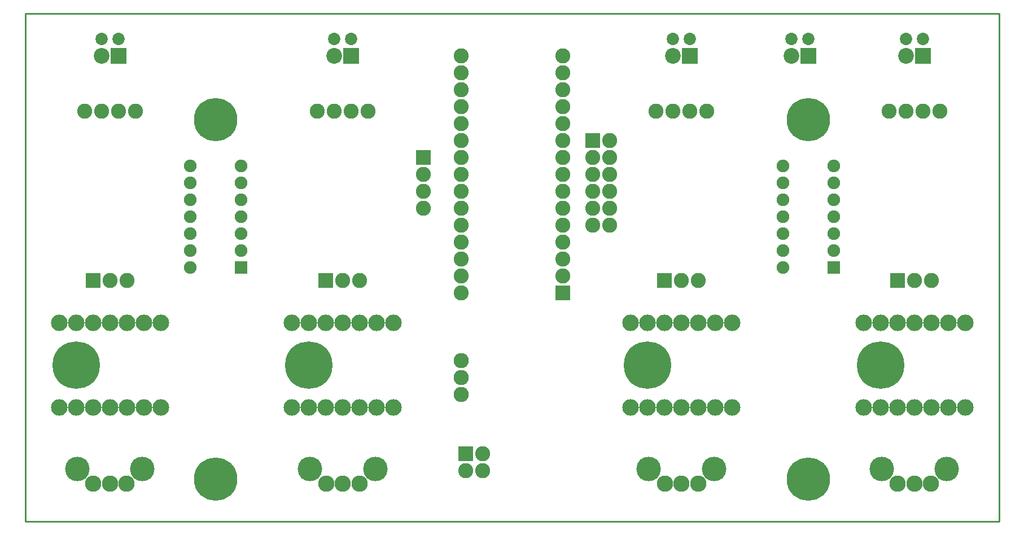
<source format=gbs>
G04 (created by PCBNEW-RS274X (2010-03-14)-final) date Wed 08 Jun 2011 02:42:47 PM PDT*
G01*
G70*
G90*
%MOIN*%
G04 Gerber Fmt 3.4, Leading zero omitted, Abs format*
%FSLAX34Y34*%
G04 APERTURE LIST*
%ADD10C,0.006000*%
%ADD11C,0.009000*%
%ADD12C,0.096000*%
%ADD13C,0.145000*%
%ADD14R,0.089000X0.089000*%
%ADD15C,0.089000*%
%ADD16C,0.090000*%
%ADD17C,0.256000*%
%ADD18C,0.098000*%
%ADD19C,0.280000*%
%ADD20C,0.093000*%
%ADD21R,0.093000X0.093000*%
%ADD22C,0.073000*%
%ADD23R,0.075000X0.075000*%
%ADD24C,0.075000*%
G04 APERTURE END LIST*
G54D10*
G54D11*
X29250Y-25750D02*
X29250Y-55750D01*
X86750Y-25750D02*
X29250Y-25750D01*
X86750Y-55750D02*
X86750Y-25750D01*
X29250Y-55750D02*
X86750Y-55750D01*
G54D12*
X33266Y-53500D03*
X34250Y-53500D03*
X35234Y-53500D03*
G54D13*
X32320Y-52634D03*
X36180Y-52634D03*
G54D12*
X80766Y-53500D03*
X81750Y-53500D03*
X82734Y-53500D03*
G54D13*
X79820Y-52634D03*
X83680Y-52634D03*
G54D12*
X67016Y-53500D03*
X68000Y-53500D03*
X68984Y-53500D03*
G54D13*
X66070Y-52634D03*
X69930Y-52634D03*
G54D12*
X47016Y-53500D03*
X48000Y-53500D03*
X48984Y-53500D03*
G54D13*
X46070Y-52634D03*
X49930Y-52634D03*
G54D14*
X61000Y-42250D03*
G54D15*
X61000Y-41250D03*
X61000Y-40250D03*
X61000Y-39250D03*
X61000Y-38250D03*
X61000Y-37250D03*
X61000Y-36250D03*
X61000Y-35250D03*
X61000Y-34250D03*
X61000Y-33250D03*
X61000Y-32250D03*
X61000Y-31250D03*
X61000Y-30250D03*
X61000Y-29250D03*
X61000Y-28250D03*
X55000Y-28250D03*
X55000Y-29250D03*
X55000Y-30250D03*
X55000Y-31250D03*
X55000Y-32250D03*
X55000Y-33250D03*
X55000Y-34250D03*
X55000Y-35250D03*
X55000Y-36250D03*
X55000Y-37250D03*
X55000Y-38250D03*
X55000Y-39250D03*
X55000Y-40250D03*
X55000Y-41250D03*
X55000Y-42250D03*
G54D16*
X55000Y-48250D03*
X55000Y-47250D03*
X55000Y-46250D03*
G54D14*
X55250Y-51750D03*
G54D15*
X56250Y-51750D03*
X55250Y-52750D03*
X56250Y-52750D03*
G54D14*
X80750Y-41500D03*
G54D15*
X81750Y-41500D03*
X82750Y-41500D03*
X83250Y-31500D03*
X82250Y-31500D03*
X81250Y-31500D03*
X80250Y-31500D03*
G54D14*
X67000Y-41500D03*
G54D15*
X68000Y-41500D03*
X69000Y-41500D03*
X69500Y-31500D03*
X68500Y-31500D03*
X67500Y-31500D03*
X66500Y-31500D03*
G54D14*
X47000Y-41500D03*
G54D15*
X48000Y-41500D03*
X49000Y-41500D03*
X49500Y-31500D03*
X48500Y-31500D03*
X47500Y-31500D03*
X46500Y-31500D03*
G54D14*
X33250Y-41500D03*
G54D15*
X34250Y-41500D03*
X35250Y-41500D03*
X35750Y-31500D03*
X34750Y-31500D03*
X33750Y-31500D03*
X32750Y-31500D03*
G54D14*
X52750Y-34250D03*
G54D15*
X52750Y-35250D03*
X52750Y-36250D03*
X52750Y-37250D03*
G54D14*
X62750Y-33250D03*
G54D15*
X63750Y-33250D03*
X62750Y-34250D03*
X63750Y-34250D03*
X62750Y-35250D03*
X63750Y-35250D03*
X62750Y-36250D03*
X63750Y-36250D03*
X62750Y-37250D03*
X63750Y-37250D03*
X62750Y-38250D03*
X63750Y-38250D03*
G54D17*
X75500Y-32000D03*
X40500Y-53250D03*
X75500Y-53250D03*
X40500Y-32000D03*
G54D18*
X34250Y-44000D03*
X35250Y-44000D03*
X36250Y-44000D03*
X37250Y-44000D03*
X33250Y-44000D03*
X31250Y-44000D03*
G54D19*
X32250Y-46500D03*
G54D18*
X32250Y-44000D03*
X31250Y-49000D03*
X32250Y-49000D03*
X33250Y-49000D03*
X34250Y-49000D03*
X35250Y-49000D03*
X36250Y-49000D03*
X37250Y-49000D03*
X81750Y-44000D03*
X82750Y-44000D03*
X83750Y-44000D03*
X84750Y-44000D03*
X80750Y-44000D03*
X78750Y-44000D03*
G54D19*
X79750Y-46500D03*
G54D18*
X79750Y-44000D03*
X78750Y-49000D03*
X79750Y-49000D03*
X80750Y-49000D03*
X81750Y-49000D03*
X82750Y-49000D03*
X83750Y-49000D03*
X84750Y-49000D03*
X68000Y-44000D03*
X69000Y-44000D03*
X70000Y-44000D03*
X71000Y-44000D03*
X67000Y-44000D03*
X65000Y-44000D03*
G54D19*
X66000Y-46500D03*
G54D18*
X66000Y-44000D03*
X65000Y-49000D03*
X66000Y-49000D03*
X67000Y-49000D03*
X68000Y-49000D03*
X69000Y-49000D03*
X70000Y-49000D03*
X71000Y-49000D03*
X48000Y-44000D03*
X49000Y-44000D03*
X50000Y-44000D03*
X51000Y-44000D03*
X47000Y-44000D03*
X45000Y-44000D03*
G54D19*
X46000Y-46500D03*
G54D18*
X46000Y-44000D03*
X45000Y-49000D03*
X46000Y-49000D03*
X47000Y-49000D03*
X48000Y-49000D03*
X49000Y-49000D03*
X50000Y-49000D03*
X51000Y-49000D03*
G54D20*
X81250Y-28250D03*
G54D21*
X82250Y-28250D03*
G54D22*
X82250Y-27250D03*
X81250Y-27250D03*
G54D20*
X47500Y-28250D03*
G54D21*
X48500Y-28250D03*
G54D22*
X48500Y-27250D03*
X47500Y-27250D03*
G54D20*
X74500Y-28250D03*
G54D21*
X75500Y-28250D03*
G54D22*
X75500Y-27250D03*
X74500Y-27250D03*
G54D20*
X67500Y-28250D03*
G54D21*
X68500Y-28250D03*
G54D22*
X68500Y-27250D03*
X67500Y-27250D03*
G54D20*
X33750Y-28250D03*
G54D21*
X34750Y-28250D03*
G54D22*
X34750Y-27250D03*
X33750Y-27250D03*
G54D23*
X77000Y-40750D03*
G54D24*
X77000Y-39750D03*
X77000Y-38750D03*
X77000Y-37750D03*
X77000Y-36750D03*
X77000Y-35750D03*
X77000Y-34750D03*
X74000Y-34750D03*
X74000Y-35750D03*
X74000Y-36750D03*
X74000Y-37750D03*
X74000Y-38750D03*
X74000Y-39750D03*
X74000Y-40750D03*
G54D23*
X42000Y-40750D03*
G54D24*
X42000Y-39750D03*
X42000Y-38750D03*
X42000Y-37750D03*
X42000Y-36750D03*
X42000Y-35750D03*
X42000Y-34750D03*
X39000Y-34750D03*
X39000Y-35750D03*
X39000Y-36750D03*
X39000Y-37750D03*
X39000Y-38750D03*
X39000Y-39750D03*
X39000Y-40750D03*
M02*

</source>
